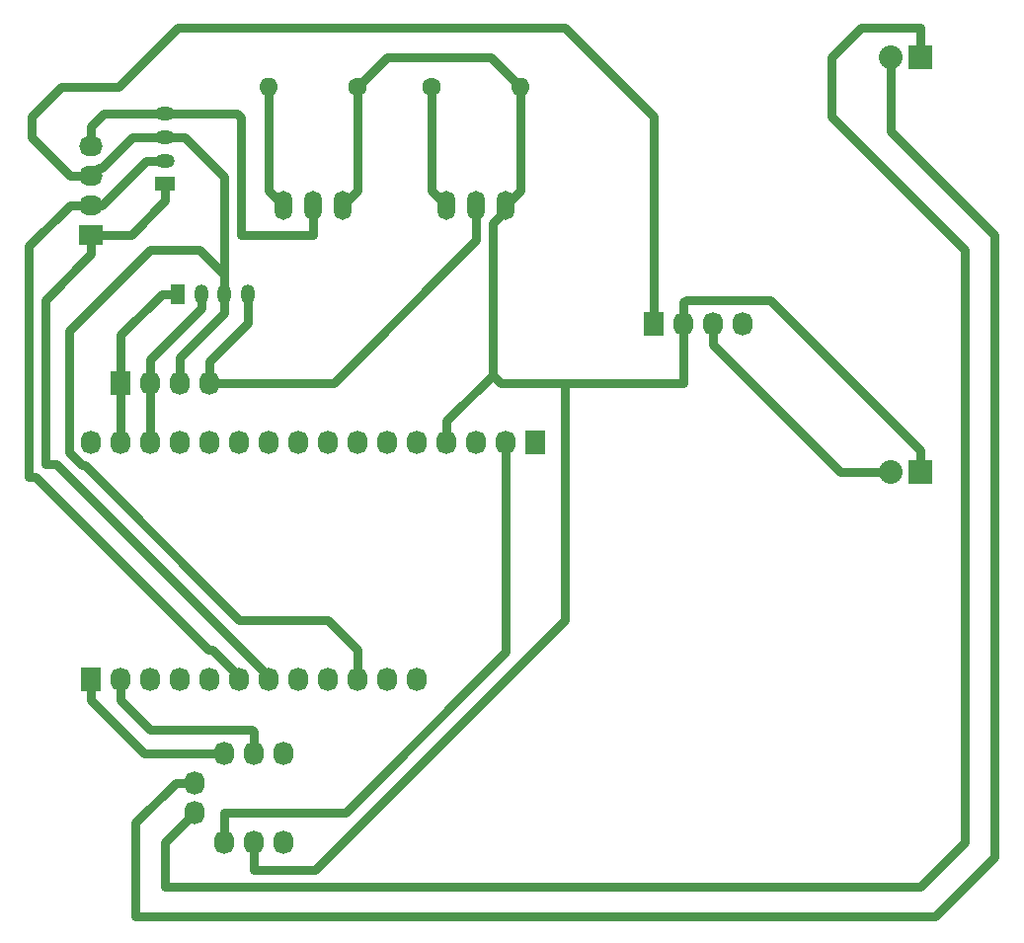
<source format=gbr>
G04 #@! TF.FileFunction,Copper,L2,Bot,Signal*
%FSLAX46Y46*%
G04 Gerber Fmt 4.6, Leading zero omitted, Abs format (unit mm)*
G04 Created by KiCad (PCBNEW 4.0.4-stable) date Wednesday, January 25, 2017 'PMt' 04:55:32 PM*
%MOMM*%
%LPD*%
G01*
G04 APERTURE LIST*
%ADD10C,0.100000*%
%ADD11R,2.032000X2.032000*%
%ADD12O,2.032000X2.032000*%
%ADD13R,1.727200X2.032000*%
%ADD14O,1.727200X2.032000*%
%ADD15R,2.032000X1.727200*%
%ADD16O,2.032000X1.727200*%
%ADD17O,1.501140X2.499360*%
%ADD18C,1.600000*%
%ADD19O,1.600000X1.600000*%
%ADD20R,1.700000X1.200000*%
%ADD21O,1.700000X1.200000*%
%ADD22R,1.200000X1.700000*%
%ADD23O,1.200000X1.700000*%
%ADD24C,0.800000*%
G04 APERTURE END LIST*
D10*
D11*
X154940000Y-30480000D03*
D12*
X152400000Y-30480000D03*
D11*
X154940000Y-66040000D03*
D12*
X152400000Y-66040000D03*
D13*
X132080000Y-53340000D03*
D14*
X134620000Y-53340000D03*
X137160000Y-53340000D03*
X139700000Y-53340000D03*
D13*
X83820000Y-83820000D03*
D14*
X86360000Y-83820000D03*
X88900000Y-83820000D03*
X91440000Y-83820000D03*
X93980000Y-83820000D03*
X96520000Y-83820000D03*
X99060000Y-83820000D03*
X101600000Y-83820000D03*
X104140000Y-83820000D03*
X106680000Y-83820000D03*
X109220000Y-83820000D03*
X111760000Y-83820000D03*
D13*
X121920000Y-63500000D03*
D14*
X119380000Y-63500000D03*
X116840000Y-63500000D03*
X114300000Y-63500000D03*
X111760000Y-63500000D03*
X109220000Y-63500000D03*
X106680000Y-63500000D03*
X104140000Y-63500000D03*
X101600000Y-63500000D03*
X99060000Y-63500000D03*
X96520000Y-63500000D03*
X93980000Y-63500000D03*
X91440000Y-63500000D03*
X88900000Y-63500000D03*
X86360000Y-63500000D03*
X83820000Y-63500000D03*
D15*
X83820000Y-45720000D03*
D16*
X83820000Y-43180000D03*
X83820000Y-40640000D03*
X83820000Y-38100000D03*
D13*
X86360000Y-58420000D03*
D14*
X88900000Y-58420000D03*
X91440000Y-58420000D03*
X93980000Y-58420000D03*
D17*
X102870000Y-43180000D03*
X100330000Y-43180000D03*
X105410000Y-43180000D03*
X116840000Y-43180000D03*
X114300000Y-43180000D03*
X119380000Y-43180000D03*
D18*
X106680000Y-33020000D03*
D19*
X99060000Y-33020000D03*
D18*
X113030000Y-33020000D03*
D19*
X120650000Y-33020000D03*
D20*
X90170000Y-41370000D03*
D21*
X90170000Y-39370000D03*
X90170000Y-37370000D03*
X90170000Y-35370000D03*
D22*
X91250000Y-50800000D03*
D23*
X93250000Y-50800000D03*
X95250000Y-50800000D03*
X97250000Y-50800000D03*
D14*
X95250000Y-90170000D03*
X97790000Y-90170000D03*
X100330000Y-90170000D03*
X92710000Y-92710000D03*
X92710000Y-95250000D03*
X95250000Y-97790000D03*
X97790000Y-97790000D03*
X100330000Y-97790000D03*
D24*
X92710000Y-95250000D02*
X90170000Y-97790000D01*
X147320000Y-35560000D02*
X147320000Y-30480000D01*
X90170000Y-97790000D02*
X90170000Y-101600000D01*
X154940000Y-27940000D02*
X154940000Y-30480000D01*
X90170000Y-101600000D02*
X154940000Y-101600000D01*
X154940000Y-101600000D02*
X158750000Y-97790000D01*
X158750000Y-97790000D02*
X158750000Y-46990000D01*
X147320000Y-30480000D02*
X149860000Y-27940000D01*
X158750000Y-46990000D02*
X147320000Y-35560000D01*
X149860000Y-27940000D02*
X154940000Y-27940000D01*
X92710000Y-92710000D02*
X91046400Y-92710000D01*
X91046400Y-92710000D02*
X87630000Y-96126400D01*
X87630000Y-96126400D02*
X87630000Y-104140000D01*
X87630000Y-104140000D02*
X156210000Y-104140000D01*
X161290000Y-99060000D02*
X161290000Y-45720000D01*
X156210000Y-104140000D02*
X161290000Y-99060000D01*
X161290000Y-45720000D02*
X152400000Y-36830000D01*
X152400000Y-36830000D02*
X152400000Y-30480000D01*
X124460000Y-78740000D02*
X124460000Y-58420000D01*
X103000010Y-100199990D02*
X124460000Y-78740000D01*
X97790000Y-100199990D02*
X103000010Y-100199990D01*
X97790000Y-97790000D02*
X97790000Y-100199990D01*
X134620000Y-53340000D02*
X134620000Y-51524000D01*
X134620000Y-51524000D02*
X134820010Y-51323990D01*
X134820010Y-51323990D02*
X142039990Y-51323990D01*
X142039990Y-51323990D02*
X154940000Y-64224000D01*
X154940000Y-64224000D02*
X154940000Y-66040000D01*
X106680000Y-41910000D02*
X105410000Y-43180000D01*
X106680000Y-33020000D02*
X106680000Y-41910000D01*
X109220000Y-30480000D02*
X106680000Y-33020000D01*
X118110000Y-30480000D02*
X109220000Y-30480000D01*
X134620000Y-58420000D02*
X118916018Y-58420000D01*
X118916018Y-58420000D02*
X118240009Y-57743991D01*
X134620000Y-53340000D02*
X134620000Y-58420000D01*
X118110000Y-30480000D02*
X120650000Y-33020000D01*
X114300000Y-63500000D02*
X114300000Y-61684000D01*
X114300000Y-61684000D02*
X118240009Y-57743991D01*
X118240009Y-57743991D02*
X118240009Y-44754794D01*
X118240009Y-44754794D02*
X119380000Y-43614803D01*
X119380000Y-43614803D02*
X119380000Y-43180000D01*
X119380000Y-42680890D02*
X119380000Y-43180000D01*
X120650000Y-33020000D02*
X120650000Y-41910000D01*
X120650000Y-41910000D02*
X119380000Y-43180000D01*
X114300000Y-63252058D02*
X114300000Y-63500000D01*
X134620000Y-55156000D02*
X134620000Y-53340000D01*
X137160000Y-53340000D02*
X137160000Y-55156000D01*
X137160000Y-55156000D02*
X148044000Y-66040000D01*
X148044000Y-66040000D02*
X150963160Y-66040000D01*
X150963160Y-66040000D02*
X152400000Y-66040000D01*
X83820000Y-40640000D02*
X84496390Y-39963610D01*
X84496390Y-39963610D02*
X84744332Y-39963610D01*
X84744332Y-39963610D02*
X87337942Y-37370000D01*
X87337942Y-37370000D02*
X90170000Y-37370000D01*
X95250000Y-50800000D02*
X95250000Y-40800000D01*
X95250000Y-40800000D02*
X91820000Y-37370000D01*
X91820000Y-37370000D02*
X90170000Y-37370000D01*
X106680000Y-83820000D02*
X106680000Y-81280000D01*
X106680000Y-81280000D02*
X104140000Y-78740000D01*
X81956390Y-64424332D02*
X81956390Y-53933610D01*
X104140000Y-78740000D02*
X96520000Y-78740000D01*
X83048068Y-65516010D02*
X81956390Y-64424332D01*
X96520000Y-78740000D02*
X83296010Y-65516010D01*
X83296010Y-65516010D02*
X83048068Y-65516010D01*
X81956390Y-53933610D02*
X88900000Y-46990000D01*
X88900000Y-46990000D02*
X93090000Y-46990000D01*
X95250000Y-49150000D02*
X95250000Y-50800000D01*
X93090000Y-46990000D02*
X95250000Y-49150000D01*
X95250000Y-52450000D02*
X95250000Y-50800000D01*
X91440000Y-58420000D02*
X91440000Y-56260000D01*
X91440000Y-56260000D02*
X95250000Y-52450000D01*
X78740000Y-35560000D02*
X78740000Y-37376000D01*
X82004000Y-40640000D02*
X83820000Y-40640000D01*
X78740000Y-37376000D02*
X82004000Y-40640000D01*
X81280000Y-33020000D02*
X78740000Y-35560000D01*
X86112058Y-33020000D02*
X81280000Y-33020000D01*
X124460000Y-27940000D02*
X91192058Y-27940000D01*
X91192058Y-27940000D02*
X86112058Y-33020000D01*
X132080000Y-35560000D02*
X124460000Y-27940000D01*
X132080000Y-53340000D02*
X132080000Y-35560000D01*
X132080000Y-53340000D02*
X132080000Y-51524000D01*
X83820000Y-83820000D02*
X83820000Y-85636000D01*
X83820000Y-85636000D02*
X88354000Y-90170000D01*
X88354000Y-90170000D02*
X93586400Y-90170000D01*
X93586400Y-90170000D02*
X95250000Y-90170000D01*
X86360000Y-83820000D02*
X86360000Y-85636000D01*
X97790000Y-88354000D02*
X97790000Y-90170000D01*
X86360000Y-85636000D02*
X88877990Y-88153990D01*
X88877990Y-88153990D02*
X97589990Y-88153990D01*
X97589990Y-88153990D02*
X97790000Y-88354000D01*
X83820000Y-43180000D02*
X84710000Y-43180000D01*
X88520000Y-39370000D02*
X90170000Y-39370000D01*
X84710000Y-43180000D02*
X88520000Y-39370000D01*
X78479978Y-66503978D02*
X79040065Y-66503978D01*
X79040065Y-66503978D02*
X93816087Y-81280000D01*
X93816087Y-81280000D02*
X94227942Y-81280000D01*
X94227942Y-81280000D02*
X96520000Y-83572058D01*
X96520000Y-83572058D02*
X96520000Y-83820000D01*
X78479978Y-66503978D02*
X78479978Y-46704022D01*
X78479978Y-46704022D02*
X82004000Y-43180000D01*
X82004000Y-43180000D02*
X83820000Y-43180000D01*
X83820000Y-45720000D02*
X87220000Y-45720000D01*
X87220000Y-45720000D02*
X90170000Y-42770000D01*
X90170000Y-42770000D02*
X90170000Y-41370000D01*
X79879990Y-65363990D02*
X80851932Y-65363990D01*
X80851932Y-65363990D02*
X99060000Y-83572058D01*
X99060000Y-83572058D02*
X99060000Y-83820000D01*
X83820000Y-47383600D02*
X83820000Y-45720000D01*
X79879990Y-65363990D02*
X79879990Y-51323610D01*
X79879990Y-51323610D02*
X83820000Y-47383600D01*
X95250000Y-97790000D02*
X95250000Y-95250000D01*
X119380000Y-81527942D02*
X119380000Y-65316000D01*
X119380000Y-65316000D02*
X119380000Y-63500000D01*
X95250000Y-95250000D02*
X105657942Y-95250000D01*
X105657942Y-95250000D02*
X119380000Y-81527942D01*
X88900000Y-58420000D02*
X88900000Y-56400002D01*
X88900000Y-56400002D02*
X93250000Y-52050002D01*
X93250000Y-52050002D02*
X93250000Y-50800000D01*
X88900000Y-63500000D02*
X88900000Y-58420000D01*
X86360000Y-58420000D02*
X86360000Y-54290000D01*
X86360000Y-54290000D02*
X89850000Y-50800000D01*
X89850000Y-50800000D02*
X91250000Y-50800000D01*
X86360000Y-63500000D02*
X86360000Y-58420000D01*
X90170000Y-35370000D02*
X96330000Y-35370000D01*
X96330000Y-35370000D02*
X96650010Y-35690010D01*
X96650010Y-35690010D02*
X96650010Y-45720000D01*
X102870000Y-45720000D02*
X102870000Y-43180000D01*
X96650010Y-45720000D02*
X102870000Y-45720000D01*
X83820000Y-38100000D02*
X83820000Y-36436400D01*
X83820000Y-36436400D02*
X84886400Y-35370000D01*
X84886400Y-35370000D02*
X88520000Y-35370000D01*
X88520000Y-35370000D02*
X90170000Y-35370000D01*
X93980000Y-58420000D02*
X93980000Y-56604000D01*
X93980000Y-56604000D02*
X97250000Y-53334000D01*
X97250000Y-53334000D02*
X97250000Y-52450000D01*
X97250000Y-52450000D02*
X97250000Y-50800000D01*
X93980000Y-58420000D02*
X104639110Y-58420000D01*
X104639110Y-58420000D02*
X116840000Y-46219110D01*
X116840000Y-46219110D02*
X116840000Y-43180000D01*
X99060000Y-41910000D02*
X100330000Y-43180000D01*
X99060000Y-33020000D02*
X99060000Y-41910000D01*
X113030000Y-41910000D02*
X113030000Y-33020000D01*
X114300000Y-43180000D02*
X113030000Y-41910000D01*
M02*

</source>
